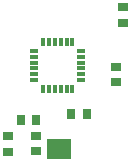
<source format=gtp>
G75*
%MOIN*%
%OFA0B0*%
%FSLAX24Y24*%
%IPPOS*%
%LPD*%
%AMOC8*
5,1,8,0,0,1.08239X$1,22.5*
%
%ADD10R,0.0118X0.0315*%
%ADD11R,0.0315X0.0118*%
%ADD12R,0.0354X0.0276*%
%ADD13R,0.0276X0.0354*%
%ADD14R,0.0790X0.0670*%
D10*
X003842Y002728D03*
X004039Y002728D03*
X004235Y002728D03*
X004432Y002728D03*
X004629Y002728D03*
X004826Y002728D03*
X004826Y004303D03*
X004629Y004303D03*
X004432Y004303D03*
X004235Y004303D03*
X004039Y004303D03*
X003842Y004303D03*
D11*
X003546Y004008D03*
X003546Y003811D03*
X003546Y003614D03*
X003546Y003417D03*
X003546Y003220D03*
X003546Y003024D03*
X005121Y003024D03*
X005121Y003220D03*
X005121Y003417D03*
X005121Y003614D03*
X005121Y003811D03*
X005121Y004008D03*
D12*
X002693Y000649D03*
X002693Y001161D03*
X003625Y001163D03*
X003625Y000651D03*
X006271Y002966D03*
X006271Y003478D03*
X006509Y004942D03*
X006509Y005454D03*
D13*
X005305Y001910D03*
X004793Y001910D03*
X003627Y001715D03*
X003115Y001715D03*
D14*
X004364Y000731D03*
M02*

</source>
